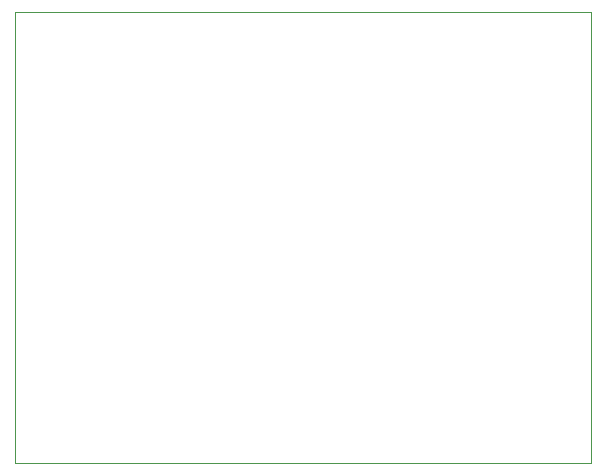
<source format=gbr>
G04 PROTEUS GERBER X2 FILE*
%TF.GenerationSoftware,Labcenter,Proteus,8.15-SP1-Build34318*%
%TF.CreationDate,2023-09-27T19:38:38+00:00*%
%TF.FileFunction,NonPlated,0,1,NPTH*%
%TF.FilePolarity,Positive*%
%TF.Part,Single*%
%TF.SameCoordinates,{be505f4d-15cc-4587-884f-e736d1e3a9c5}*%
%FSLAX45Y45*%
%MOMM*%
G01*
%TA.AperFunction,Profile*%
%ADD13C,0.101600*%
%TD.AperFunction*%
D13*
X-5380000Y+173000D02*
X-500000Y+173000D01*
X-500000Y+3990500D01*
X-5380000Y+3990500D01*
X-5380000Y+173000D01*
M02*

</source>
